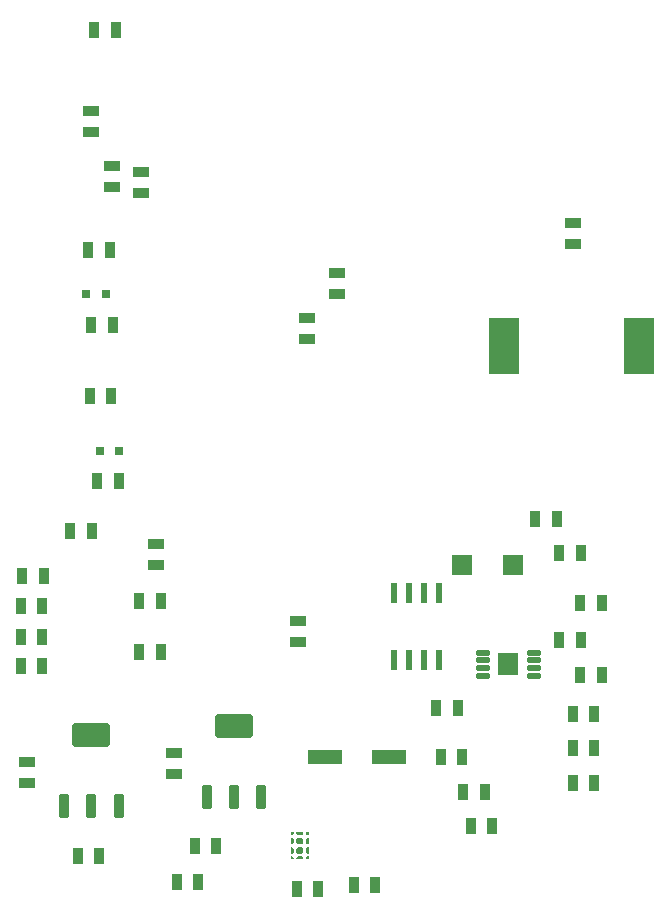
<source format=gbr>
%TF.GenerationSoftware,Altium Limited,Altium Designer,24.10.1 (45)*%
G04 Layer_Color=8421504*
%FSLAX25Y25*%
%MOIN*%
%TF.SameCoordinates,F49E7BB8-28A7-4C0D-84C7-1FE184DCB0B3*%
%TF.FilePolarity,Positive*%
%TF.FileFunction,Paste,Top*%
%TF.Part,Single*%
G01*
G75*
%TA.AperFunction,SMDPad,CuDef*%
%ADD13R,0.10050X0.18500*%
%ADD14R,0.05300X0.03200*%
%ADD15R,0.02200X0.06550*%
%ADD16R,0.03150X0.03150*%
%ADD17R,0.03200X0.05300*%
%ADD18R,0.11800X0.04700*%
G04:AMPARAMS|DCode=19|XSize=77.95mil|YSize=127.17mil|CornerRadius=9.74mil|HoleSize=0mil|Usage=FLASHONLY|Rotation=90.000|XOffset=0mil|YOffset=0mil|HoleType=Round|Shape=RoundedRectangle|*
%AMROUNDEDRECTD19*
21,1,0.07795,0.10768,0,0,90.0*
21,1,0.05847,0.12717,0,0,90.0*
1,1,0.01949,0.05384,0.02923*
1,1,0.01949,0.05384,-0.02923*
1,1,0.01949,-0.05384,-0.02923*
1,1,0.01949,-0.05384,0.02923*
%
%ADD19ROUNDEDRECTD19*%
G04:AMPARAMS|DCode=20|XSize=77.95mil|YSize=36.61mil|CornerRadius=4.58mil|HoleSize=0mil|Usage=FLASHONLY|Rotation=90.000|XOffset=0mil|YOffset=0mil|HoleType=Round|Shape=RoundedRectangle|*
%AMROUNDEDRECTD20*
21,1,0.07795,0.02746,0,0,90.0*
21,1,0.06880,0.03661,0,0,90.0*
1,1,0.00915,0.01373,0.03440*
1,1,0.00915,0.01373,-0.03440*
1,1,0.00915,-0.01373,-0.03440*
1,1,0.00915,-0.01373,0.03440*
%
%ADD20ROUNDEDRECTD20*%
%TA.AperFunction,ConnectorPad*%
%ADD21R,0.03200X0.05300*%
%TA.AperFunction,SMDPad,CuDef*%
G04:AMPARAMS|DCode=22|XSize=17.72mil|YSize=45.28mil|CornerRadius=1.95mil|HoleSize=0mil|Usage=FLASHONLY|Rotation=270.000|XOffset=0mil|YOffset=0mil|HoleType=Round|Shape=RoundedRectangle|*
%AMROUNDEDRECTD22*
21,1,0.01772,0.04138,0,0,270.0*
21,1,0.01382,0.04528,0,0,270.0*
1,1,0.00390,-0.02069,-0.00691*
1,1,0.00390,-0.02069,0.00691*
1,1,0.00390,0.02069,0.00691*
1,1,0.00390,0.02069,-0.00691*
%
%ADD22ROUNDEDRECTD22*%
G04:AMPARAMS|DCode=23|XSize=68.11mil|YSize=72.84mil|CornerRadius=2.04mil|HoleSize=0mil|Usage=FLASHONLY|Rotation=180.000|XOffset=0mil|YOffset=0mil|HoleType=Round|Shape=RoundedRectangle|*
%AMROUNDEDRECTD23*
21,1,0.06811,0.06875,0,0,180.0*
21,1,0.06402,0.07284,0,0,180.0*
1,1,0.00409,-0.03201,0.03437*
1,1,0.00409,0.03201,0.03437*
1,1,0.00409,0.03201,-0.03437*
1,1,0.00409,-0.03201,-0.03437*
%
%ADD23ROUNDEDRECTD23*%
%ADD26R,0.06700X0.06500*%
G36*
X351903Y123294D02*
X351450D01*
X350894Y123851D01*
Y125049D01*
X351450Y125606D01*
X351903D01*
Y123294D01*
D02*
G37*
G36*
X350106Y125049D02*
Y123851D01*
X349550Y123294D01*
X348351D01*
X347794Y123851D01*
Y125049D01*
X348351Y125606D01*
X349550D01*
X350106Y125049D01*
D02*
G37*
G36*
X347006D02*
Y123851D01*
X346449Y123294D01*
X345997D01*
Y125606D01*
X346449D01*
X347006Y125049D01*
D02*
G37*
G36*
X351903Y121571D02*
X350894D01*
Y121950D01*
X351450Y122506D01*
X351903D01*
Y121571D01*
D02*
G37*
G36*
X350106Y121950D02*
Y121571D01*
X347794D01*
Y121950D01*
X348351Y122506D01*
X349550D01*
X350106Y121950D01*
D02*
G37*
G36*
X347006D02*
Y121571D01*
X345997D01*
Y122506D01*
X346449D01*
X347006Y121950D01*
D02*
G37*
G36*
X351903Y129494D02*
X351450D01*
X350894Y130051D01*
Y130429D01*
X351903D01*
Y129494D01*
D02*
G37*
G36*
X350106Y130051D02*
X349550Y129494D01*
X348351D01*
X347794Y130051D01*
Y130429D01*
X350106D01*
Y130051D01*
D02*
G37*
G36*
X347006D02*
X346449Y129494D01*
X345997D01*
Y130429D01*
X347006D01*
Y130051D01*
D02*
G37*
G36*
X351903Y126394D02*
X351450D01*
X350894Y126951D01*
Y128149D01*
X351450Y128706D01*
X351903D01*
Y126394D01*
D02*
G37*
G36*
X350106Y128149D02*
Y126951D01*
X349550Y126394D01*
X348351D01*
X347794Y126951D01*
Y128149D01*
X348351Y128706D01*
X349550D01*
X350106Y128149D01*
D02*
G37*
G36*
X347006D02*
Y126951D01*
X346449Y126394D01*
X345997D01*
Y128706D01*
X346449D01*
X347006Y128149D01*
D02*
G37*
D13*
X462000Y292500D02*
D03*
X416950D02*
D03*
D14*
X296000Y350550D02*
D03*
Y343450D02*
D03*
X286500Y345450D02*
D03*
Y352550D02*
D03*
X351500Y294950D02*
D03*
Y302050D02*
D03*
X279500Y371050D02*
D03*
Y363950D02*
D03*
X348500Y201050D02*
D03*
Y193950D02*
D03*
X361500Y317050D02*
D03*
Y309950D02*
D03*
X307000Y149900D02*
D03*
Y157000D02*
D03*
X301000Y226550D02*
D03*
Y219450D02*
D03*
X258000Y146950D02*
D03*
Y154050D02*
D03*
X440000Y333550D02*
D03*
Y326450D02*
D03*
D15*
X380500Y187875D02*
D03*
X385500D02*
D03*
X390500D02*
D03*
X395500D02*
D03*
Y210125D02*
D03*
X390500D02*
D03*
X385500D02*
D03*
X380500D02*
D03*
D16*
X277752Y310000D02*
D03*
X284248D02*
D03*
X288748Y257500D02*
D03*
X282252D02*
D03*
D17*
X413050Y132500D02*
D03*
X405950D02*
D03*
X410550Y144000D02*
D03*
X403450D02*
D03*
X395950Y155500D02*
D03*
X403050D02*
D03*
X263550Y216000D02*
D03*
X256450D02*
D03*
X302550Y190500D02*
D03*
X295450D02*
D03*
X302550Y207500D02*
D03*
X295450D02*
D03*
X286550Y299500D02*
D03*
X279450D02*
D03*
X281450Y247500D02*
D03*
X288550D02*
D03*
X278950Y276000D02*
D03*
X286050D02*
D03*
X278450Y324500D02*
D03*
X285550D02*
D03*
X280450Y398000D02*
D03*
X287550D02*
D03*
X272450Y231000D02*
D03*
X279550D02*
D03*
X255950Y186000D02*
D03*
X263050D02*
D03*
Y195500D02*
D03*
X255950D02*
D03*
X263050Y206000D02*
D03*
X255950D02*
D03*
X313950Y126000D02*
D03*
X321050D02*
D03*
X307950Y114000D02*
D03*
X315050D02*
D03*
X439950Y147000D02*
D03*
X447050D02*
D03*
X435450Y223500D02*
D03*
X442550D02*
D03*
X274900Y122500D02*
D03*
X282000D02*
D03*
X435450Y194500D02*
D03*
X442550D02*
D03*
X439950Y158500D02*
D03*
X447050D02*
D03*
X394450Y172000D02*
D03*
X401550D02*
D03*
X347900Y111500D02*
D03*
X355000D02*
D03*
X442450Y183000D02*
D03*
X449550D02*
D03*
X439950Y170000D02*
D03*
X447050D02*
D03*
X374050Y113000D02*
D03*
X366950D02*
D03*
X434550Y235000D02*
D03*
X427450D02*
D03*
D18*
X357350Y155500D02*
D03*
X378650D02*
D03*
D19*
X327000Y165870D02*
D03*
X279500Y162870D02*
D03*
D20*
X336055Y142130D02*
D03*
X327000D02*
D03*
X317945D02*
D03*
X270445Y139130D02*
D03*
X279500D02*
D03*
X288555D02*
D03*
D21*
X442450Y207000D02*
D03*
X449550D02*
D03*
D22*
X410134Y190339D02*
D03*
Y187779D02*
D03*
Y185221D02*
D03*
Y182661D02*
D03*
X426866Y190339D02*
D03*
Y187779D02*
D03*
Y185221D02*
D03*
Y182661D02*
D03*
D23*
X418500Y186500D02*
D03*
D26*
X403050Y219500D02*
D03*
X419950D02*
D03*
%TF.MD5,1071367160ec043988ca07e836a3803d*%
M02*

</source>
